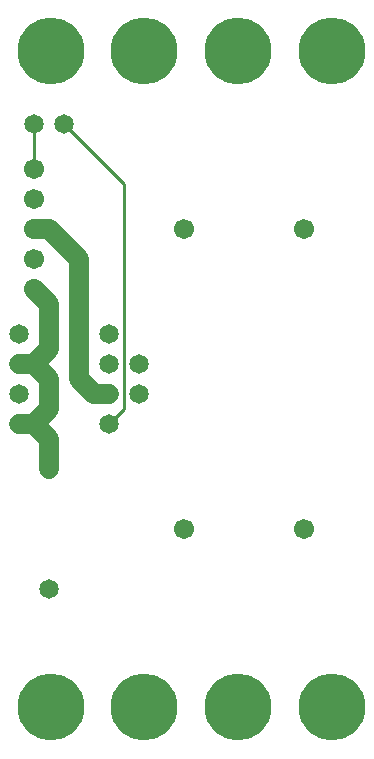
<source format=gtl>
%MOIN*%
%FSLAX25Y25*%
G04 D10 used for Character Trace; *
G04     Circle (OD=.01000) (No hole)*
G04 D11 used for Power Trace; *
G04     Circle (OD=.06500) (No hole)*
G04 D12 used for Signal Trace; *
G04     Circle (OD=.01100) (No hole)*
G04 D13 used for Via; *
G04     Circle (OD=.05800) (Round. Hole ID=.02800)*
G04 D14 used for Component hole; *
G04     Circle (OD=.06500) (Round. Hole ID=.03500)*
G04 D15 used for Component hole; *
G04     Circle (OD=.06700) (Round. Hole ID=.04300)*
G04 D16 used for Component hole; *
G04     Circle (OD=.08100) (Round. Hole ID=.05100)*
G04 D17 used for Component hole; *
G04     Circle (OD=.08900) (Round. Hole ID=.05900)*
G04 D18 used for Component hole; *
G04     Circle (OD=.11300) (Round. Hole ID=.08300)*
G04 D19 used for Component hole; *
G04     Circle (OD=.16000) (Round. Hole ID=.13000)*
G04 D20 used for Component hole; *
G04     Circle (OD=.18300) (Round. Hole ID=.15300)*
G04 D21 used for Component hole; *
G04     Circle (OD=.22291) (Round. Hole ID=.19291)*
%ADD10C,.01000*%
%ADD11C,.06500*%
%ADD12C,.01100*%
%ADD13C,.05800*%
%ADD14C,.06500*%
%ADD15C,.06700*%
%ADD16C,.08100*%
%ADD17C,.08900*%
%ADD18C,.11300*%
%ADD19C,.16000*%
%ADD20C,.18300*%
%ADD21C,.22291*%
%IPPOS*%
%LPD*%
G90*X0Y0D02*D21*X15625Y15625D03*X46875D03*D14*    
X15000Y55000D03*D15*X60000Y75000D03*D21*          
X78125Y15625D03*D14*X15000Y95000D03*D11*          
Y105000D01*X10000Y110000D01*X5000D01*D14*D03*D11* 
X10000D02*X15000Y115000D01*Y125000D01*            
X10000Y130000D01*X5000D01*D14*D03*D11*X10000D02*  
X15000Y135000D01*Y150000D01*X10000Y155000D01*D15* 
D03*Y165000D03*D14*X5000Y140000D03*D11*           
X25000Y125000D02*Y165000D01*X30000Y120000D02*     
X25000Y125000D01*X30000Y120000D02*X35000D01*D14*  
D03*D12*Y110000D02*X40000Y115000D01*D14*          
X35000Y110000D03*D12*X40000Y115000D02*Y190000D01* 
X20000Y210000D01*D14*D03*X10000D03*D12*Y195000D01*
D15*D03*Y185000D03*Y175000D03*D11*X15000D01*      
X25000Y165000D01*D14*X35000Y140000D03*D15*        
X60000Y175000D03*D14*X35000Y130000D03*X45000D03*  
X5000Y120000D03*X45000D03*D21*X78125Y234375D03*   
X46875D03*X15625D03*D15*X100000Y175000D03*D21*    
X109375Y234375D03*D15*X100000Y75000D03*D21*       
X109375Y15625D03*M02*                             

</source>
